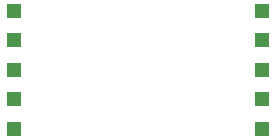
<source format=gbr>
%TF.GenerationSoftware,KiCad,Pcbnew,5.99.0-unknown-046fb58183~131~ubuntu20.04.1*%
%TF.CreationDate,2021-07-12T17:52:22-05:00*%
%TF.ProjectId,WurthTransformerFix,57757274-6854-4726-916e-73666f726d65,rev?*%
%TF.SameCoordinates,Original*%
%TF.FileFunction,Soldermask,Bot*%
%TF.FilePolarity,Negative*%
%FSLAX46Y46*%
G04 Gerber Fmt 4.6, Leading zero omitted, Abs format (unit mm)*
G04 Created by KiCad (PCBNEW 5.99.0-unknown-046fb58183~131~ubuntu20.04.1) date 2021-07-12 17:52:22*
%MOMM*%
%LPD*%
G01*
G04 APERTURE LIST*
%ADD10R,1.300000X1.300000*%
G04 APERTURE END LIST*
D10*
%TO.C,TR1*%
X-10500000Y5000000D03*
X-10500000Y2500000D03*
X-10500000Y0D03*
X-10500000Y-2500000D03*
X-10500000Y-5000000D03*
X10500000Y-5000000D03*
X10500000Y-2500000D03*
X10500000Y0D03*
X10500000Y2500000D03*
X10500000Y5000000D03*
%TD*%
M02*

</source>
